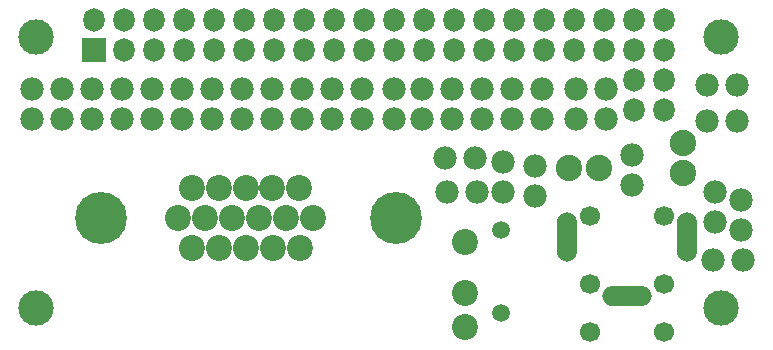
<source format=gts>
G04 DipTrace 2.4.0.2*
%INAV_TopMask.GTS*%
%MOIN*%
%ADD29C,0.0591*%
%ADD30C,0.0669*%
%ADD31C,0.1181*%
%ADD41O,0.0709X0.0787*%
%ADD43R,0.0787X0.0787*%
%ADD45O,0.1654X0.0669*%
%ADD47O,0.0669X0.1654*%
%ADD49C,0.0866*%
%ADD51C,0.1732*%
%ADD53C,0.0866*%
%ADD55C,0.0779*%
%ADD57C,0.0879*%
%FSLAX44Y44*%
G04*
G70*
G90*
G75*
G01*
%LNTopMask*%
%LPD*%
D57*
X34082Y18130D3*
Y17130D3*
X30267Y17317D3*
X31267D3*
D55*
X35144Y16505D3*
Y15505D3*
X28081Y17505D3*
Y16505D3*
D53*
X17705Y14630D3*
X18606D3*
X19508D3*
X20410D3*
X21311D3*
X18154Y15630D3*
X19051D3*
X19949D3*
X20847D3*
X21744D3*
X17705Y16630D3*
X18603D3*
X19500D3*
X20398D3*
X21295D3*
D51*
X14689Y15630D3*
X24532D3*
D53*
X17252D3*
D49*
X26829Y12005D3*
Y13146D3*
Y14839D3*
D29*
X28010Y15233D3*
Y12477D3*
D47*
X30204Y15005D3*
D45*
X32212Y13036D3*
D47*
X34220Y15005D3*
D30*
X30972Y11855D3*
X33452D3*
Y13430D3*
X30972D3*
X33452Y15713D3*
X30972D3*
D55*
X34894Y20068D3*
X35894D3*
X34894Y18880D3*
X35894D3*
X32394Y16755D3*
Y17755D3*
X29144Y16380D3*
Y17380D3*
X21392Y18942D3*
Y19942D3*
X20392Y18942D3*
Y19942D3*
X18392Y18942D3*
Y19942D3*
X19392Y18942D3*
Y19942D3*
X31517Y18942D3*
Y19942D3*
X30517Y18942D3*
Y19942D3*
X17392Y18942D3*
Y19942D3*
X29392Y18942D3*
Y19942D3*
X16392Y18942D3*
Y19942D3*
X14392Y18942D3*
Y19942D3*
X28392Y18942D3*
Y19942D3*
X26392Y18942D3*
Y19942D3*
X22392Y18942D3*
Y19942D3*
X23392Y18942D3*
Y19942D3*
X24456Y18943D3*
Y19943D3*
X27392Y18942D3*
Y19942D3*
X25392Y18942D3*
Y19942D3*
X15392Y18942D3*
Y19942D3*
X13392Y18942D3*
Y19942D3*
X12392Y18942D3*
Y19942D3*
X36019Y15255D3*
Y16255D3*
X27143Y17630D3*
X26143D3*
X36082Y14255D3*
X35082D3*
X27206Y16505D3*
X26206D3*
D43*
X14437Y21255D3*
D41*
X15437D3*
X16437D3*
X17437D3*
X18437D3*
X19437D3*
X20437D3*
X21437D3*
X22437D3*
X23437D3*
X24437D3*
X25437D3*
X26437D3*
X27437D3*
X28437D3*
X29437D3*
X30437D3*
X31437D3*
X32437D3*
X33437D3*
Y22255D3*
X32437D3*
X31437D3*
X30437D3*
X29437D3*
X28437D3*
X27437D3*
X26437D3*
X25437D3*
X24437D3*
X23437D3*
X22437D3*
X21437D3*
X20437D3*
X19437D3*
X18437D3*
X17437D3*
X16437D3*
X15437D3*
X14437D3*
X32437Y20255D3*
X33437D3*
X32437Y19255D3*
X33437D3*
D31*
X12520Y12633D3*
Y21688D3*
X35354D3*
Y12633D3*
M02*

</source>
